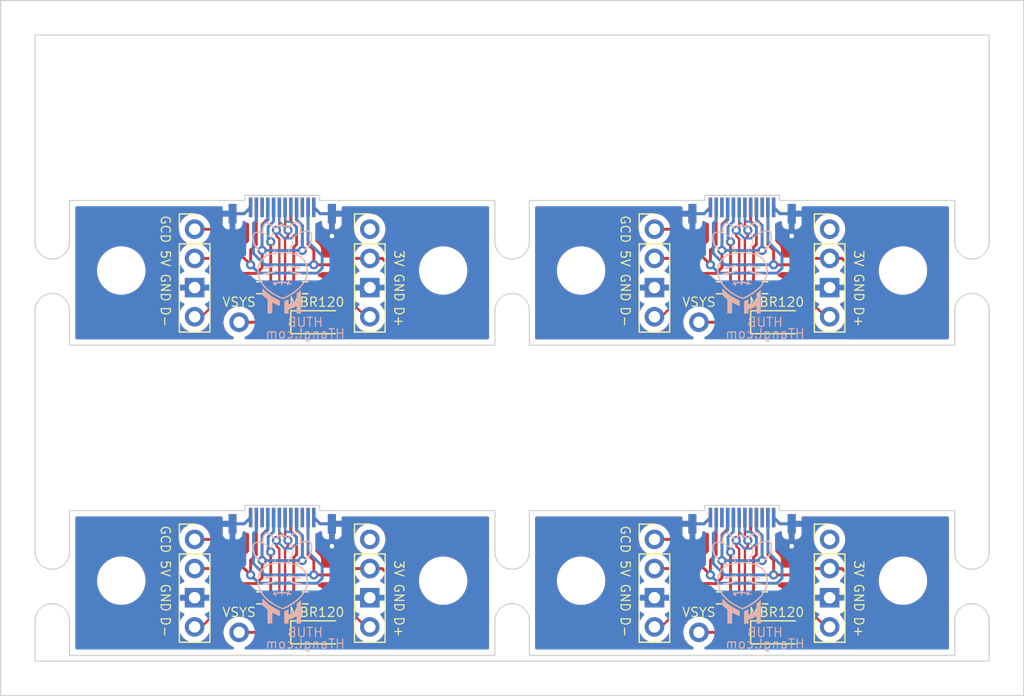
<source format=kicad_pcb>
(kicad_pcb (version 20211014) (generator pcbnew)
  (layers (0 "F.Cu" signal) (31 "B.Cu" signal) (34 "B.Paste" user) (35 "F.Paste" user) (36 "B.SilkS" user "B.Silkscreen") (37 "F.SilkS" user "F.Silkscreen") (38 "B.Mask" user) (39 "F.Mask" user) (44 "Edge.Cuts" user))
  (net 0 "")
  (net 1 "Net-(R1-Pad1)")
  (net 2 "GND")
  (net 3 "Net-(R2-Pad1)")
  (net 4 "+3V3")
  (net 6 "+5V")
  (net 7 "D+")
  (net 8 "D-")
  (net 11 "GCD")
  (net 15 "VSYS")
  (footprint "Diode_SMD:D_SOD-123" (layer "F.Cu") (at 83 50)
    (fp_text reference "D1" hide)
    (fp_text value "MBR120" hide)
  )
  (footprint "HTangl:Xunpu C2856665 USBC Straddle Mount" (layer "F.Cu") (at 40 40)
    (fp_text reference "U1" hide)
    (fp_text value "USB_C_Receptacle" hide)
  )
  (footprint "Panelization:mouse-bite-3mm-slot" (layer "F.Cu") (at 20 46 90)
    (fp_text reference "mouse-bite-3mm-slot" hide)
    (fp_text value "VAL**" hide)
  )
  (footprint "Connector_PinHeader_2.54mm:PinHeader_1x04_P2.54mm_Vertical" (layer "F.Cu") (at 32.38 68.905)
    (fp_text reference "REF**" hide)
    (fp_text value "PinHeader_1x04_P2.54mm_Vertical" hide)
  )
  (footprint "Connector_PinHeader_2.54mm:PinHeader_1x01_P2.54mm_Vertical" (layer "F.Cu") (at 36.25 77)
    (fp_text reference "VSYS")
    (fp_text value "PinHeader_1x01_P2.54mm_Vertical" hide)
  )
  (footprint "MountingHole:MountingHole_3.2mm_M3" (layer "F.Cu") (at 26 45.5)
    (fp_text reference "REF**" hide)
    (fp_text value "MountingHole_3.2mm_M3" hide)
  )
  (footprint "MountingHole:MountingHole_3.2mm_M3" (layer "F.Cu") (at 54 72.5)
    (fp_text reference "REF**" hide)
    (fp_text value "MountingHole_3.2mm_M3" hide)
  )
  (footprint "HTangl:Xunpu C2856665 USBC Straddle Mount" (layer "F.Cu") (at 80 40)
    (fp_text reference "U1" hide)
    (fp_text value "USB_C_Receptacle" hide)
  )
  (footprint "Diode_SMD:D_SOD-123" (layer "F.Cu") (at 43 50)
    (fp_text reference "D1" hide)
    (fp_text value "MBR120" hide)
  )
  (footprint "Connector_PinHeader_2.54mm:PinHeader_1x04_P2.54mm_Vertical" (layer "F.Cu") (at 87.62 68.905)
    (fp_text reference "REF**" hide)
    (fp_text value "PinHeader_1x04_P2.54mm_Vertical" hide)
  )
  (footprint "Connector_PinHeader_2.54mm:PinHeader_1x01_P2.54mm_Vertical" (layer "F.Cu") (at 76.25 50)
    (fp_text reference "VSYS")
    (fp_text value "PinHeader_1x01_P2.54mm_Vertical" hide)
  )
  (footprint "Connector_PinHeader_2.54mm:PinHeader_1x04_P2.54mm_Vertical" (layer "F.Cu") (at 72.38 68.905)
    (fp_text reference "REF**" hide)
    (fp_text value "PinHeader_1x04_P2.54mm_Vertical" hide)
  )
  (footprint "HTangl:Xunpu C2856665 USBC Straddle Mount" (layer "F.Cu") (at 80 67)
    (fp_text reference "U1" hide)
    (fp_text value "USB_C_Receptacle" hide)
  )
  (footprint "Panelization:mouse-bite-3mm-slot" (layer "F.Cu") (at 100 73 90)
    (fp_text reference "mouse-bite-3mm-slot" hide)
    (fp_text value "VAL**" hide)
  )
  (footprint "MountingHole:MountingHole_3.2mm_M3" (layer "F.Cu") (at 94 45.5)
    (fp_text reference "REF**" hide)
    (fp_text value "MountingHole_3.2mm_M3" hide)
  )
  (footprint "HTangl:Xunpu C2856665 USBC Straddle Mount" (layer "F.Cu") (at 40 67)
    (fp_text reference "U1" hide)
    (fp_text value "USB_C_Receptacle" hide)
  )
  (footprint "MountingHole:MountingHole_3.2mm_M3" (layer "F.Cu") (at 26 72.5)
    (fp_text reference "REF**" hide)
    (fp_text value "MountingHole_3.2mm_M3" hide)
  )
  (footprint "MountingHole:MountingHole_3.2mm_M3" (layer "F.Cu") (at 66 72.5)
    (fp_text reference "REF**" hide)
    (fp_text value "MountingHole_3.2mm_M3" hide)
  )
  (footprint "Diode_SMD:D_SOD-123" (layer "F.Cu") (at 43 77)
    (fp_text reference "D1" hide)
    (fp_text value "MBR120" hide)
  )
  (footprint "Resistor_SMD:R_0603_1608Metric" (layer "F.Cu") (at 42 74)
    (fp_text reference "R2" hide)
    (fp_text value "5.1k")
  )
  (footprint "MountingHole:MountingHole_3.2mm_M3" (layer "F.Cu") (at 54 45.5)
    (fp_text reference "REF**" hide)
    (fp_text value "MountingHole_3.2mm_M3" hide)
  )
  (footprint "Connector_PinHeader_2.54mm:PinHeader_1x01_P2.54mm_Vertical" (layer "F.Cu") (at 76.25 77)
    (fp_text reference "VSYS")
    (fp_text value "PinHeader_1x01_P2.54mm_Vertical" hide)
  )
  (footprint "Connector_PinHeader_2.54mm:PinHeader_1x04_P2.54mm_Vertical" (layer "F.Cu") (at 32.38 41.905)
    (fp_text reference "REF**" hide)
    (fp_text value "PinHeader_1x04_P2.54mm_Vertical" hide)
  )
  (footprint "Panelization:mouse-bite-3mm-slot" (layer "F.Cu") (at 100 46 90)
    (fp_text reference "mouse-bite-3mm-slot" hide)
    (fp_text value "VAL**" hide)
  )
  (footprint "Connector_PinHeader_2.54mm:PinHeader_1x01_P2.54mm_Vertical" (layer "F.Cu") (at 36.25 50)
    (fp_text reference "VSYS")
    (fp_text value "PinHeader_1x01_P2.54mm_Vertical" hide)
  )
  (footprint "Diode_SMD:D_SOD-123" (layer "F.Cu") (at 83 77)
    (fp_text reference "D1" hide)
    (fp_text value "MBR120" hide)
  )
  (footprint "Panelization:mouse-bite-3mm-slot" (layer "F.Cu") (at 60 46 90)
    (fp_text reference "mouse-bite-3mm-slot" hide)
    (fp_text value "VAL**" hide)
  )
  (footprint "Resistor_SMD:R_0603_1608Metric" (layer "F.Cu") (at 78 74 180)
    (fp_text reference "R1" hide)
    (fp_text value "5.1k")
  )
  (footprint "MountingHole:MountingHole_3.2mm_M3" (layer "F.Cu") (at 66 45.5)
    (fp_text reference "REF**" hide)
    (fp_text value "MountingHole_3.2mm_M3" hide)
  )
  (footprint "Resistor_SMD:R_0603_1608Metric" (layer "F.Cu") (at 42 47)
    (fp_text reference "R2" hide)
    (fp_text value "5.1k")
  )
  (footprint "Connector_PinHeader_2.54mm:PinHeader_1x04_P2.54mm_Vertical" (layer "F.Cu") (at 87.62 41.905)
    (fp_text reference "REF**" hide)
    (fp_text value "PinHeader_1x04_P2.54mm_Vertical" hide)
  )
  (footprint "MountingHole:MountingHole_3.2mm_M3" (layer "F.Cu") (at 94 72.5)
    (fp_text reference "REF**" hide)
    (fp_text value "MountingHole_3.2mm_M3" hide)
  )
  (footprint "Resistor_SMD:R_0603_1608Metric" (layer "F.Cu") (at 78 47 180)
    (fp_text reference "R1" hide)
    (fp_text value "5.1k")
  )
  (footprint "Resistor_SMD:R_0603_1608Metric" (layer "F.Cu") (at 38 74 180)
    (fp_text reference "R1" hide)
    (fp_text value "5.1k")
  )
  (footprint "Panelization:mouse-bite-3mm-slot" (layer "F.Cu") (at 60 73 90)
    (fp_text reference "mouse-bite-3mm-slot" hide)
    (fp_text value "VAL**" hide)
  )
  (footprint "Resistor_SMD:R_0603_1608Metric" (layer "F.Cu") (at 82 47)
    (fp_text reference "R2" hide)
    (fp_text value "5.1k")
  )
  (footprint "Connector_PinHeader_2.54mm:PinHeader_1x04_P2.54mm_Vertical" (layer "F.Cu") (at 72.38 41.905)
    (fp_text reference "REF**" hide)
    (fp_text value "PinHeader_1x04_P2.54mm_Vertical" hide)
  )
  (footprint "Resistor_SMD:R_0603_1608Metric" (layer "F.Cu") (at 38 47 180)
    (fp_text reference "R1" hide)
    (fp_text value "5.1k")
  )
  (footprint "Connector_PinHeader_2.54mm:PinHeader_1x04_P2.54mm_Vertical" (layer "F.Cu") (at 47.62 41.905)
    (fp_text reference "REF**" hide)
    (fp_text value "PinHeader_1x04_P2.54mm_Vertical" hide)
  )
  (footprint "Panelization:mouse-bite-3mm-slot" (layer "F.Cu") (at 20 73 90)
    (fp_text reference "mouse-bite-3mm-slot" hide)
    (fp_text value "VAL**" hide)
  )
  (footprint "Resistor_SMD:R_0603_1608Metric" (layer "F.Cu") (at 82 74)
    (fp_text reference "R2" hide)
    (fp_text value "5.1k")
  )
  (footprint "Connector_PinHeader_2.54mm:PinHeader_1x04_P2.54mm_Vertical" (layer "F.Cu") (at 47.62 68.905)
    (fp_text reference "REF**" hide)
    (fp_text value "PinHeader_1x04_P2.54mm_Vertical" hide)
  )
  (footprint "htangl:HTurnip_Tiny" (layer "B.Cu") (at 80 45.25 180)
    (fp_text reference "G***" hide)
    (fp_text value "LOGO" hide)
  )
  (footprint "htangl:HTurnip_Tiny" (layer "B.Cu") (at 40 72.25 180)
    (fp_text reference "G***" hide)
    (fp_text value "LOGO" hide)
  )
  (footprint "htangl:HTurnip_Tiny" (layer "B.Cu") (at 40 45.25 180)
    (fp_text reference "G***" hide)
    (fp_text value "LOGO" hide)
  )
  (footprint "htangl:HTurnip_Tiny" (layer "B.Cu") (at 80 72.25 180)
    (fp_text reference "G***" hide)
    (fp_text value "LOGO" hide)
  )
  (gr_line (start 21.5 79) (end 58.5 79) (layer "Edge.Cuts") (width 0.1))
  (gr_line (start 76.75 38.95) (end 83.25 38.95) (layer "Edge.Cuts") (width 0.1))
  (gr_line (start 36.75 39.4) (end 21.5 39.4) (layer "Edge.Cuts") (width 0.1))
  (gr_line (start 21.5 52) (end 58.5 52) (layer "Edge.Cuts") (width 0.1))
  (gr_arc (start 61.5 43) (mid 60 44.5) (end 58.5 43) (layer "Edge.Cuts") (width 0.1))
  (gr_line (start 58.5 70) (end 58.5 66.4) (layer "Edge.Cuts") (width 0.1))
  (gr_line (start 43.25 65.95) (end 43.25 66.4) (layer "Edge.Cuts") (width 0.1))
  (gr_arc (start 18.5 76) (mid 20 74.5) (end 21.5 76) (layer "Edge.Cuts") (width 0.1))
  (gr_line (start 61.5 70) (end 61.5 66.4) (layer "Edge.Cuts") (width 0.1))
  (gr_line (start 36.75 38.95) (end 43.25 38.95) (layer "Edge.Cuts") (width 0.1))
  (gr_line (start 83.25 65.95) (end 83.25 66.4) (layer "Edge.Cuts") (width 0.1))
  (gr_line (start 98.5 70) (end 98.5 66.4) (layer "Edge.Cuts") (width 0.1))
  (gr_line (start 43.25 66.4) (end 58.5 66.4) (layer "Edge.Cuts") (width 0.1))
  (gr_arc (start 101.5 70) (mid 100 71.5) (end 98.5 70) (layer "Edge.Cuts") (width 0.1))
  (gr_line (start 21.5 70) (end 21.5 66.4) (layer "Edge.Cuts") (width 0.1))
  (gr_arc (start 98.5 49) (mid 100 47.5) (end 101.5 49) (layer "Edge.Cuts") (width 0.1))
  (gr_line (start 98.5 43) (end 98.5 39.4) (layer "Edge.Cuts") (width 0.1))
  (gr_line (start 21.5 43) (end 21.5 39.4) (layer "Edge.Cuts") (width 0.1))
  (gr_line (start 21.5 49) (end 21.5 52) (layer "Edge.Cuts") (width 0.1))
  (gr_line (start 98.5 76) (end 98.5 79) (layer "Edge.Cuts") (width 0.1))
  (gr_arc (start 18.5 49) (mid 20 47.5) (end 21.5 49) (layer "Edge.Cuts") (width 0.1))
  (gr_arc (start 61.5 70) (mid 60 71.5) (end 58.5 70) (layer "Edge.Cuts") (width 0.1))
  (gr_line (start 76.75 38.95) (end 76.75 39.4) (layer "Edge.Cuts") (width 0.1))
  (gr_line (start 83.25 39.4) (end 98.5 39.4) (layer "Edge.Cuts") (width 0.1))
  (gr_line (start 43.25 39.4) (end 58.5 39.4) (layer "Edge.Cuts") (width 0.1))
  (gr_line (start 61.5 79) (end 98.5 79) (layer "Edge.Cuts") (width 0.1))
  (gr_line (start 101.5 25) (end 101.5 43) (layer "Edge.Cuts") (width 0.1))
  (gr_line (start 43.25 38.95) (end 43.25 39.4) (layer "Edge.Cuts") (width 0.1))
  (gr_line (start 76.75 66.4) (end 61.5 66.4) (layer "Edge.Cuts") (width 0.1))
  (gr_line (start 76.75 65.95) (end 76.75 66.4) (layer "Edge.Cuts") (width 0.1))
  (gr_line (start 18.5 79.5) (end 18.5 76) (layer "Edge.Cuts") (width 0.1))
  (gr_arc (start 98.5 76) (mid 100 74.5) (end 101.5 76) (layer "Edge.Cuts") (width 0.1))
  (gr_line (start 18.5 25) (end 101.5 25) (layer "Edge.Cuts") (width 0.1))
  (gr_line (start 83.25 66.4) (end 98.5 66.4) (layer "Edge.Cuts") (width 0.1))
  (gr_line (start 36.75 65.95) (end 36.75 66.4) (layer "Edge.Cuts") (width 0.1))
  (gr_line (start 36.75 66.4) (end 21.5 66.4) (layer "Edge.Cuts") (width 0.1))
  (gr_line (start 15.5 82.5) (end 104.5 82.5) (layer "Edge.Cuts") (width 0.1))
  (gr_line (start 58.5 43) (end 58.5 39.4) (layer "Edge.Cuts") (width 0.1))
  (gr_arc (start 21.5 70) (mid 20 71.5) (end 18.5 70) (layer "Edge.Cuts") (width 0.1))
  (gr_line (start 61.5 52) (end 98.5 52) (layer "Edge.Cuts") (width 0.1))
  (gr_arc (start 58.5 76) (mid 60 74.5) (end 61.5 76) (layer "Edge.Cuts") (width 0.1))
  (gr_line (start 61.5 76) (end 61.5 79) (layer "Edge.Cuts") (width 0.1))
  (gr_line (start 98.5 49) (end 98.5 52) (layer "Edge.Cuts") (width 0.1))
  (gr_line (start 18.5 49) (end 18.5 70) (layer "Edge.Cuts") (width 0.1))
  (gr_line (start 101.5 49) (end 101.5 70) (layer "Edge.Cuts") (width 0.1))
  (gr_line (start 36.75 38.95) (end 36.75 39.4) (layer "Edge.Cuts") (width 0.1))
  (gr_line (start 76.75 65.95) (end 83.25 65.95) (layer "Edge.Cuts") (width 0.1))
  (gr_line (start 15.5 82.5) (end 15.5 22) (layer "Edge.Cuts") (width 0.1))
  (gr_line (start 15.5 22) (end 104.5 22) (layer "Edge.Cuts") (width 0.1))
  (gr_line (start 61.5 49) (end 61.5 52) (layer "Edge.Cuts") (width 0.1))
  (gr_line (start 36.75 65.95) (end 43.25 65.95) (layer "Edge.Cuts") (width 0.1))
  (gr_line (start 83.25 38.95) (end 83.25 39.4) (layer "Edge.Cuts") (width 0.1))
  (gr_line (start 104.5 22) (end 104.5 82.5) (layer "Edge.Cuts") (width 0.1))
  (gr_line (start 58.5 76) (end 58.5 79) (layer "Edge.Cuts") (width 0.1))
  (gr_arc (start 58.5 49) (mid 60 47.5) (end 61.5 49) (layer "Edge.Cuts") (width 0.1))
  (gr_line (start 101.5 76) (end 101.5 79.5) (layer "Edge.Cuts") (width 0.1))
  (gr_line (start 58.5 49) (end 58.5 52) (layer "Edge.Cuts") (width 0.1))
  (gr_line (start 21.5 76) (end 21.5 79) (layer "Edge.Cuts") (width 0.1))
  (gr_line (start 76.75 39.4) (end 61.5 39.4) (layer "Edge.Cuts") (width 0.1))
  (gr_line (start 18.5 43) (end 18.5 25) (layer "Edge.Cuts") (width 0.1))
  (gr_line (start 61.5 43) (end 61.5 39.4) (layer "Edge.Cuts") (width 0.1))
  (gr_arc (start 101.5 43) (mid 100 44.5) (end 98.5 43) (layer "Edge.Cuts") (width 0.1))
  (gr_line (start 101.5 79.5) (end 18.5 79.5) (layer "Edge.Cuts") (width 0.1))
  (gr_arc (start 21.5 43) (mid 20 44.5) (end 18.5 43) (layer "Edge.Cuts") (width 0.1))
  (gr_text "HTangl.com" (at 42 78) (layer "B.SilkS") (effects (font (size 0.8 0.8) (thickness 0.1)) (justify mirror)))
  (gr_text "HTangl.com" (at 82 78) (layer "B.SilkS") (effects (font (size 0.8 0.8) (thickness 0.1)) (justify mirror)))
  (gr_text "HTUB" (at 42 77) (layer "B.SilkS") (effects (font (size 0.8 0.8) (thickness 0.1)) (justify mirror)))
  (gr_text "HTangl.com" (at 82 51) (layer "B.SilkS") (effects (font (size 0.8 0.8) (thickness 0.1)) (justify mirror)))
  (gr_text "HTUB" (at 82 50) (layer "B.SilkS") (effects (font (size 0.8 0.8) (thickness 0.1)) (justify mirror)))
  (gr_text "HTUB" (at 42 50) (layer "B.SilkS") (effects (font (size 0.8 0.8) (thickness 0.1)) (justify mirror)))
  (gr_text "HTUB" (at 82 77) (layer "B.SilkS") (effects (font (size 0.8 0.8) (thickness 0.1)) (justify mirror)))
  (gr_text "HTangl.com" (at 42 51) (layer "B.SilkS") (effects (font (size 0.8 0.8) (thickness 0.1)) (justify mirror)))
  (gr_text "GND" (at 69.84 46.985 270) (layer "F.SilkS") (effects (font (size 0.8 0.8) (thickness 0.1))))
  (gr_text "5V" (at 69.84 44.445 270) (layer "F.SilkS") (effects (font (size 0.8 0.8) (thickness 0.1))))
  (gr_text "3V" (at 50.16 71.445 270) (layer "F.SilkS") (effects (font (size 0.8 0.8) (thickness 0.1))))
  (gr_text "GCD" (at 29.84 41.905 270) (layer "F.SilkS") (effects (font (size 0.8 0.8) (thickness 0.1))))
  (gr_text "GND" (at 29.84 73.985 270) (layer "F.SilkS") (effects (font (size 0.8 0.8) (thickness 0.1))))
  (gr_text "3V" (at 90.16 71.445 270) (layer "F.SilkS") (effects (font (size 0.8 0.8) (thickness 0.1))))
  (gr_text "D-" (at 29.84 49.525 270) (layer "F.SilkS") (effects (font (size 0.8 0.8) (thickness 0.1))))
  (gr_text "GCD" (at 29.84 68.905 270) (layer "F.SilkS") (effects (font (size 0.8 0.8) (thickness 0.1))))
  (gr_text "5V" (at 69.84 71.445 270) (layer "F.SilkS") (effects (font (size 0.8 0.8) (thickness 0.1))))
  (gr_text "GCD" (at 69.84 68.905 270) (layer "F.SilkS") (effects (font (size 0.8 0.8) (thickness 0.1))))
  (gr_text "D+\n" (at 90.16 49.525 270) (layer "F.SilkS") (effects (font (size 0.8 0.8) (thickness 0.1))))
  (gr_text "GND" (at 90.16 46.985 270) (layer "F.SilkS") (effects (font (size 0.8 0.8) (thickness 0.1))))
  (gr_text "5V" (at 29.84 71.445 270) (layer "F.SilkS") (effects (font (size 0.8 0.8) (thickness 0.1))))
  (gr_text "GND" (at 50.16 46.985 270) (layer "F.SilkS") (effects (font (size 0.8 0.8) (thickness 0.1))))
  (gr_text "D+\n" (at 90.16 76.525 270) (layer "F.SilkS") (effects (font (size 0.8 0.8) (thickness 0.1))))
  (gr_text "D+\n" (at 50.16 49.525 270) (layer "F.SilkS") (effects (font (size 0.8 0.8) (thickness 0.1))))
  (gr_text "3V" (at 90.16 44.445 270) (layer "F.SilkS") (effects (font (size 0.8 0.8) (thickness 0.1))))
  (gr_text "GND" (at 90.16 73.985 270) (layer "F.SilkS") (effects (font (size 0.8 0.8) (thickness 0.1))))
  (gr_text "3V" (at 50.16 44.445 270) (layer "F.SilkS") (effects (font (size 0.8 0.8) (thickness 0.1))))
  (gr_text "D+\n" (at 50.16 76.525 270) (layer "F.SilkS") (effects (font (size 0.8 0.8) (thickness 0.1))))
  (gr_text "5V" (at 29.84 44.445 270) (layer "F.SilkS") (effects (font (size 0.8 0.8) (thickness 0.1))))
  (gr_text "GCD" (at 69.84 41.905 270) (layer "F.SilkS") (effects (font (size 0.8 0.8) (thickness 0.1))))
  (gr_text "GND" (at 69.84 73.985 270) (layer "F.SilkS") (effects (font (size 0.8 0.8) (thickness 0.1))))
  (gr_text "D-" (at 29.84 76.525 270) (layer "F.SilkS") (effects (font (size 0.8 0.8) (thickness 0.1))))
  (gr_text "GND" (at 29.84 46.985 270) (layer "F.SilkS") (effects (font (size 0.8 0.8) (thickness 0.1))))
  (gr_text "GND" (at 50.16 73.985 270) (layer "F.SilkS") (effects (font (size 0.8 0.8) (thickness 0.1))))
  (gr_text "D-" (at 69.84 76.525 270) (layer "F.SilkS") (effects (font (size 0.8 0.8) (thickness 0.1))))
  (gr_text "D-" (at 69.84 49.525 270) (layer "F.SilkS") (effects (font (size 0.8 0.8) (thickness 0.1))))
  (segment (start 79 46.825) (end 78.825 47) (width 0.25) (layer "F.Cu") (net 1))
  (segment (start 39 73.825) (end 38.825 74) (width 0.25) (layer "F.Cu") (net 1))
  (segment (start 39 70) (end 39 73.825) (width 0.25) (layer "F.Cu") (net 1))
  (segment (start 39 43) (end 39 46.825) (width 0.25) (layer "F.Cu") (net 1))
  (segment (start 79 73.825) (end 78.825 74) (width 0.25) (layer "F.Cu") (net 1))
  (segment (start 79 43) (end 79 46.825) (width 0.25) (layer "F.Cu") (net 1))
  (segment (start 79 70) (end 79 73.825) (width 0.25) (layer "F.Cu") (net 1))
  (segment (start 39 46.825) (end 38.825 47) (width 0.25) (layer "F.Cu") (net 1))
  (via (at 39 43) (size 0.8) (drill 0.4) (layers "F.Cu" "B.Cu") (net 1))
  (via (at 79 70) (size 0.8) (drill 0.4) (layers "F.Cu" "B.Cu") (net 1))
  (via (at 79 43) (size 0.8) (drill 0.4) (layers "F.Cu" "B.Cu") (net 1))
  (via (at 39 70) (size 0.8) (drill 0.4) (layers "F.Cu" "B.Cu") (net 1))
  (segment (start 39.25 68.225386) (end 38.775489 68.699897) (width 0.25) (layer "B.Cu") (net 1))
  (segment (start 78.775489 68.699897) (end 78.775489 69.775489) (width 0.25) (layer "B.Cu") (net 1))
  (segment (start 79.25 40) (end 79.25 41.225386) (width 0.25) (layer "B.Cu") (net 1))
  (segment (start 39.25 40) (end 39.25 41.225386) (width 0.25) (layer "B.Cu") (net 1))
  (segment (start 78.775489 42.775489) (end 79 43) (width 0.25) (layer "B.Cu") (net 1))
  (segment (start 78.775489 69.775489) (end 79 70) (width 0.25) (layer "B.Cu") (net 1))
  (segment (start 38.775489 41.699897) (end 38.775489 42.775489) (width 0.25) (layer "B.Cu") (net 1))
  (segment (start 79.25 68.225386) (end 78.775489 68.699897) (width 0.25) (layer "B.Cu") (net 1))
  (segment (start 38.775489 68.699897) (end 38.775489 69.775489) (width 0.25) (layer "B.Cu") (net 1))
  (segment (start 79.25 67) (end 79.25 68.225386) (width 0.25) (layer "B.Cu") (net 1))
  (segment (start 39.25 67) (end 39.25 68.225386) (width 0.25) (layer "B.Cu") (net 1))
  (segment (start 38.775489 69.775489) (end 39 70) (width 0.25) (layer "B.Cu") (net 1))
  (segment (start 79.25 41.225386) (end 78.775489 41.699897) (width 0.25) (layer "B.Cu") (net 1))
  (segment (start 38.775489 42.775489) (end 39 43) (width 0.25) (layer "B.Cu") (net 1))
  (segment (start 39.25 41.225386) (end 38.775489 41.699897) (width 0.25) (layer "B.Cu") (net 1))
  (segment (start 78.775489 41.699897) (end 78.775489 42.775489) (width 0.25) (layer "B.Cu") (net 1))
  (segment (start 42.75 67) (end 43.3 67.55) (width 0.25) (layer "F.Cu") (net 2))
  (segment (start 42.75 40) (end 43.3 40.55) (width 0.25) (layer "F.Cu") (net 2))
  (segment (start 77.25 40) (end 76.7 40.55) (width 0.25) (layer "F.Cu") (net 2))
  (segment (start 76.7 40.55) (end 75.68 40.55) (width 0.25) (layer "F.Cu") (net 2))
  (segment (start 77.25 67) (end 76.7 67.55) (width 0.25) (layer "F.Cu") (net 2))
  (segment (start 36.7 67.55) (end 35.68 67.55) (width 0.25) (layer "F.Cu") (net 2))
  (segment (start 76.7 67.55) (end 75.68 67.55) (width 0.25) (layer "F.Cu") (net 2))
  (segment (start 43.3 40.55) (end 44.32 40.55) (width 0.25) (layer "F.Cu") (net 2))
  (segment (start 82.75 67) (end 83.3 67.55) (width 0.25) (layer "F.Cu") (net 2))
  (segment (start 37.25 67) (end 36.7 67.55) (width 0.25) (layer "F.Cu") (net 2))
  (segment (start 37.25 40) (end 36.7 40.55) (width 0.25) (layer "F.Cu") (net 2))
  (segment (start 82.75 40) (end 83.3 40.55) (width 0.25) (layer "F.Cu") (net 2))
  (segment (start 43.3 67.55) (end 44.32 67.55) (width 0.25) (layer "F.Cu") (net 2))
  (segment (start 36.7 40.55) (end 35.68 40.55) (width 0.25) (layer "F.Cu") (net 2))
  (segment (start 83.3 40.55) (end 84.32 40.55) (width 0.25) (layer "F.Cu") (net 2))
  (segment (start 83.3 67.55) (end 84.32 67.55) (width 0.25) (layer "F.Cu") (net 2))
  (via (at 84.32 69.5) (size 0.8) (drill 0.4) (layers "F.Cu" "B.Cu") (net 2))
  (via (at 84.32 42.5) (size 0.8) (drill 0.4) (layers "F.Cu" "B.Cu") (net 2))
  (via (at 44.32 42.5) (size 0.8) (drill 0.4) (layers "F.Cu" "B.Cu") (net 2))
  (via (at 44.32 69.5) (size 0.8) (drill 0.4) (layers "F.Cu" "B.Cu") (net 2))
  (segment (start 43.3 67.55) (end 44.32 67.55) (width 0.25) (layer "B.Cu") (net 2))
  (segment (start 82.75 40) (end 83.3 40.55) (width 0.25) (layer "B.Cu") (net 2))
  (segment (start 42.75 40) (end 43.3 40.55) (width 0.25) (layer "B.Cu") (net 2))
  (segment (start 77.25 40) (end 76.7 40.55) (width 0.25) (layer "B.Cu") (net 2))
  (segment (start 43.3 40.55) (end 44.32 40.55) (width 0.25) (layer "B.Cu") (net 2))
  (segment (start 37.25 40) (end 36.7 40.55) (width 0.25) (layer "B.Cu") (net 2))
  (segment (start 37.25 67) (end 36.7 67.55) (width 0.25) (layer "B.Cu") (net 2))
  (segment (start 82.75 67) (end 83.3 67.55) (width 0.25) (layer "B.Cu") (net 2))
  (segment (start 36.7 40.55) (end 35.68 40.55) (width 0.25) (layer "B.Cu") (net 2))
  (segment (start 83.3 67.55) (end 84.32 67.55) (width 0.25) (layer "B.Cu") (net 2))
  (segment (start 76.7 40.55) (end 75.68 40.55) (width 0.25) (layer "B.Cu") (net 2))
  (segment (start 42.75 67) (end 43.3 67.55) (width 0.25) (layer "B.Cu") (net 2))
  (segment (start 83.3 40.55) (end 84.32 40.55) (width 0.25) (layer "B.Cu") (net 2))
  (segment (start 36.7 67.55) (end 35.68 67.55) (width 0.25) (layer "B.Cu") (net 2))
  (segment (start 76.7 67.55) (end 75.68 67.55) (width 0.25) (layer "B.Cu") (net 2))
  (segment (start 77.25 67) (end 76.7 67.55) (width 0.25) (layer "B.Cu") (net 2))
  (segment (start 40.75 41.225386) (end 41.25 41.725386) (width 0.25) (layer "F.Cu") (net 3))
  (segment (start 40.75 67) (end 40.75 68.225386) (width 0.25) (layer "F.Cu") (net 3))
  (segment (start 80.75 68.225386) (end 81.25 68.725386) (width 0.25) (layer "F.Cu") (net 3))
  (segment (start 41 70.475386) (end 41 73.825) (width 0.25) (layer "F.Cu") (net 3))
  (segment (start 41.25 68.725386) (end 41.25 70.225386) (width 0.25) (layer "F.Cu") (net 3))
  (segment (start 41.25 70.225386) (end 41 70.475386) (width 0.25) (layer "F.Cu") (net 3))
  (segment (start 41 46.825) (end 41.175 47) (width 0.25) (layer "F.Cu") (net 3))
  (segment (start 81.25 43.225386) (end 81 43.475386) (width 0.25) (layer "F.Cu") (net 3))
  (segment (start 41 73.825) (end 41.175 74) (width 0.25) (layer "F.Cu") (net 3))
  (segment (start 40.75 40) (end 40.75 41.225386) (width 0.25) (layer "F.Cu") (net 3))
  (segment (start 81 43.475386) (end 81 46.825) (width 0.25) (layer "F.Cu") (net 3))
  (segment (start 81 46.825) (end 81.175 47) (width 0.25) (layer "F.Cu") (net 3))
  (segment (start 81 73.825) (end 81.175 74) (width 0.25) (layer "F.Cu") (net 3))
  (segment (start 81.25 41.725386) (end 81.25 43.225386) (width 0.25) (layer "F.Cu") (net 3))
  (segment (start 81 70.475386) (end 81 73.825) (width 0.25) (layer "F.Cu") (net 3))
  (segment (start 41 43.475386) (end 41 46.825) (width 0.25) (layer "F.Cu") (net 3))
  (segment (start 81.25 68.725386) (end 81.25 70.225386) (width 0.25) (layer "F.Cu") (net 3))
  (segment (start 41.25 41.725386) (end 41.25 43.225386) (width 0.25) (layer "F.Cu") (net 3))
  (segment (start 40.75 68.225386) (end 41.25 68.725386) (width 0.25) (layer "F.Cu") (net 3))
  (segment (start 80.75 67) (end 80.75 68.225386) (width 0.25) (layer "F.Cu") (net 3))
  (segment (start 41.25 43.225386) (end 41 43.475386) (width 0.25) (layer "F.Cu") (net 3))
  (segment (start 81.25 70.225386) (end 81 70.475386) (width 0.25) (layer "F.Cu") (net 3))
  (segment (start 80.75 41.225386) (end 81.25 41.725386) (width 0.25) (layer "F.Cu") (net 3))
  (segment (start 80.75 40) (end 80.75 41.225386) (width 0.25) (layer "F.Cu") (net 3))
  (segment (start 42.25 43.225386) (end 42.75 43.725386) (width 0.25) (layer "F.Cu") (net 4))
  (segment (start 84.5 72) (end 85.055 71.445) (width 0.25) (layer "F.Cu") (net 4))
  (segment (start 82.25 40) (end 82.25 43.225386) (width 0.25) (layer "F.Cu") (net 4))
  (segment (start 49.5 77.5) (end 49.5 72.25) (width 0.25) (layer "F.Cu") (net 4))
  (segment (start 88.695 71.445) (end 87.62 71.445) (width 0.25) (layer "F.Cu") (net 4))
  (segment (start 42.25 40) (end 42.25 43.225386) (width 0.25) (layer "F.Cu") (net 4))
  (segment (start 42.25 70.225386) (end 42.75 70.725386) (width 0.25) (layer "F.Cu") (net 4))
  (segment (start 42.75 72) (end 44.5 72) (width 0.25) (layer "F.Cu") (net 4))
  (segment (start 89 51) (end 89.5 50.5) (width 0.25) (layer "F.Cu") (net 4))
  (segment (start 49.5 45.25) (end 48.695 44.445) (width 0.25) (layer "F.Cu") (net 4))
  (segment (start 82.75 45) (end 84.5 45) (width 0.25) (layer "F.Cu") (net 4))
  (segment (start 42.75 45) (end 44.5 45) (width 0.25) (layer "F.Cu") (net 4))
  (segment (start 84.5 45) (end 85.055 44.445) (width 0.25) (layer "F.Cu") (net 4))
  (segment (start 89 78) (end 89.5 77.5) (width 0.25) (layer "F.Cu") (net 4))
  (segment (start 49 78) (end 49.5 77.5) (width 0.25) (layer "F.Cu") (net 4))
  (segment (start 82.25 70.225386) (end 82.75 70.725386) (width 0.25) (layer "F.Cu") (net 4))
  (segment (start 44.5 72) (end 45.055 71.445) (width 0.25) (layer "F.Cu") (net 4))
  (segment (start 48.695 44.445) (end 47.62 44.445) (width 0.25) (layer "F.Cu") (net 4))
  (segment (start 45 50) (end 46 51) (width 0.25) (layer "F.Cu") (net 4))
  (segment (start 88.695 44.445) (end 87.62 44.445) (width 0.25) (layer "F.Cu") (net 4))
  (segment (start 82.75 70.725386) (end 82.75 72) (width 0.25) (layer "F.Cu") (net 4))
  (segment (start 45.055 44.445) (end 47.62 44.445) (width 0.25) (layer "F.Cu") (net 4))
  (segment (start 82.75 43.725386) (end 82.75 45) (width 0.25) (layer "F.Cu") (net 4))
  (segment (start 82.25 67) (end 82.25 70.225386) (width 0.25) (layer "F.Cu") (net 4))
  (segment (start 49.5 50.5) (end 49.5 45.25) (width 0.25) (layer "F.Cu") (net 4))
  (segment (start 44.65 77) (end 45 77) (width 0.25) (layer "F.Cu") (net 4))
  (segment (start 89.5 50.5) (end 89.5 45.25) (width 0.25) (layer "F.Cu") (net 4))
  (segment (start 42.75 43.725386) (end 42.75 45) (width 0.25) (layer "F.Cu") (net 4))
  (segment (start 46 78) (end 49 78) (width 0.25) (layer "F.Cu") (net 4))
  (segment (start 42.75 70.725386) (end 42.75 72) (width 0.25) (layer "F.Cu") (net 4))
  (segment (start 45.055 71.445) (end 47.62 71.445) (width 0.25) (layer "F.Cu") (net 4))
  (segment (start 82.25 43.225386) (end 82.75 43.725386) (width 0.25) (layer "F.Cu") (net 4))
  (segment (start 44.5 45) (end 45.055 44.445) (width 0.25) (layer "F.Cu") (net 4))
  (segment (start 89.5 77.5) (end 89.5 72.25) (width 0.25) (layer "F.Cu") (net 4))
  (segment (start 85.055 71.445) (end 87.62 71.445) (width 0.25) (layer "F.Cu") (net 4))
  (segment (start 44.65 50) (end 45 50) (width 0.25) (layer "F.Cu") (net 4))
  (segment (start 49.5 72.25) (end 48.695 71.445) (width 0.25) (layer "F.Cu") (net 4))
  (segment (start 84.65 50) (end 85 50) (width 0.25) (layer "F.Cu") (net 4))
  (segment (start 86 51) (end 89 51) (width 0.25) (layer "F.Cu") (net 4))
  (segment (start 48.695 71.445) (end 47.62 71.445) (width 0.25) (layer "F.Cu") (net 4))
  (segment (start 49 51) (end 49.5 50.5) (width 0.25) (layer "F.Cu") (net 4))
  (segment (start 85 50) (end 86 51) (width 0.25) (layer "F.Cu") (net 4))
  (segment (start 46 51) (end 49 51) (width 0.25) (layer "F.Cu") (net 4))
  (segment (start 84.65 77) (end 85 77) (width 0.25) (layer "F.Cu") (net 4))
  (segment (start 89.5 45.25) (end 88.695 44.445) (width 0.25) (layer "F.Cu") (net 4))
  (segment (start 85 77) (end 86 78) (width 0.25) (layer "F.Cu") (net 4))
  (segment (start 82.75 72) (end 84.5 72) (width 0.25) (layer "F.Cu") (net 4))
  (segment (start 89.5 72.25) (end 88.695 71.445) (width 0.25) (layer "F.Cu") (net 4))
  (segment (start 42.25 67) (end 42.25 70.225386) (width 0.25) (layer "F.Cu") (net 4))
  (segment (start 85.055 44.445) (end 87.62 44.445) (width 0.25) (layer "F.Cu") (net 4))
  (segment (start 86 78) (end 89 78) (width 0.25) (layer "F.Cu") (net 4))
  (segment (start 45 77) (end 46 78) (width 0.25) (layer "F.Cu") (net 4))
  (via (at 42.75 72) (size 0.8) (drill 0.4) (layers "F.Cu" "B.Cu") (net 4))
  (via (at 82.75 45) (size 0.8) (drill 0.4) (layers "F.Cu" "B.Cu") (net 4))
  (via (at 82.75 72) (size 0.8) (drill 0.4) (layers "F.Cu" "B.Cu") (net 4))
  (via (at 42.75 45) (size 0.8) (drill 0.4) (layers "F.Cu" "B.Cu") (net 4))
  (segment (start 78.475386 45) (end 77.5 44.024614) (width 0.25) (layer "B.Cu") (net 4))
  (segment (start 42.75 45) (end 38.475386 45) (width 0.25) (layer "B.Cu") (net 4))
  (segment (start 77.5 44.024614) (end 77.5 41.399022) (width 0.25) (layer "B.Cu") (net 4))
  (segment (start 38.475386 45) (end 37.5 44.024614) (width 0.25) (layer "B.Cu") (net 4))
  (segment (start 37.5 41.399022) (end 37.75 41.149022) (width 0.25) (layer "B.Cu") (net 4))
  (segment (start 77.75 68.149022) (end 77.75 67) (width 0.25) (layer "B.Cu") (net 4))
  (segment (start 78.475386 72) (end 77.5 71.024614) (width 0.25) (layer "B.Cu") (net 4))
  (segment (start 37.5 44.024614) (end 37.5 41.399022) (width 0.25) (layer "B.Cu") (net 4))
  (segment (start 82.75 45) (end 78.475386 45) (width 0.25) (layer "B.Cu") (net 4))
  (segment (start 42.75 72) (end 38.475386 72) (width 0.25) (layer "B.Cu") (net 4))
  (segment (start 77.5 41.399022) (end 77.75 41.149022) (width 0.25) (layer "B.Cu") (net 4))
  (segment (start 37.75 41.149022) (end 37.75 40) (width 0.25) (layer "B.Cu") (net 4))
  (segment (start 82.75 72) (end 78.475386 72) (width 0.25) (layer "B.Cu") (net 4))
  (segment (start 37.75 68.149022) (end 37.75 67) (width 0.25) (layer "B.Cu") (net 4))
  (segment (start 77.5 71.024614) (end 77.5 68.399022) (width 0.25) (layer "B.Cu") (net 4))
  (segment (start 38.475386 72) (end 37.5 71.024614) (width 0.25) (layer "B.Cu") (net 4))
  (segment (start 37.5 71.024614) (end 37.5 68.399022) (width 0.25) (layer "B.Cu") (net 4))
  (segment (start 77.75 41.149022) (end 77.75 40) (width 0.25) (layer "B.Cu") (net 4))
  (segment (start 37.5 68.399022) (end 37.75 68.149022) (width 0.25) (layer "B.Cu") (net 4))
  (segment (start 77.5 68.399022) (end 77.75 68.149022) (width 0.25) (layer "B.Cu") (net 4))
  (segment (start 38.25 43.75) (end 38.25 41.5) (width 0.25) (layer "F.Cu") (net 6))
  (segment (start 75 72.75) (end 73.695 71.445) (width 0.25) (layer "F.Cu") (net 6))
  (segment (start 38.25 70.75) (end 38.25 72.25) (width 0.25) (layer "F.Cu") (net 6))
  (segment (start 37.75 72.75) (end 35 72.75) (width 0.25) (layer "F.Cu") (net 6))
  (segment (start 81.75 68.589668) (end 81.75 70.75) (width 0.25) (layer "F.Cu") (net 6))
  (segment (start 41.25 67) (end 41.25 68.089668) (width 0.25) (layer "F.Cu") (net 6))
  (segment (start 78.25 72.25) (end 77.75 72.75) (width 0.25) (layer "F.Cu") (net 6))
  (segment (start 41.75 41.589668) (end 41.75 43.75) (width 0.25) (layer "F.Cu") (net 6))
  (segment (start 81.25 68.089668) (end 81.75 68.589668) (width 0.25) (layer "F.Cu") (net 6))
  (segment (start 81.25 41.089668) (end 81.75 41.589668) (width 0.25) (layer "F.Cu") (net 6))
  (segment (start 38.25 45.25) (end 37.75 45.75) (width 0.25) (layer "F.Cu") (net 6))
  (segment (start 38.75 41) (end 38.75 40) (width 0.25) (layer "F.Cu") (net 6))
  (segment (start 78.25 70.75) (end 78.25 68.5) (width 0.25) (layer "F.Cu") (net 6))
  (segment (start 41.25 41.089668) (end 41.75 41.589668) (width 0.25) (layer "F.Cu") (net 6))
  (segment (start 75 45.75) (end 73.695 44.445) (width 0.25) (layer "F.Cu") (net 6))
  (segment (start 33.695 44.445) (end 32.38 44.445) (width 0.25) (layer "F.Cu") (net 6))
  (segment (start 81.75 41.589668) (end 81.75 43.75) (width 0.25) (layer "F.Cu") (net 6))
  (segment (start 38.25 68.5) (end 38.75 68) (width 0.25) (layer "F.Cu") (net 6))
  (segment (start 38.25 70.75) (end 38.25 68.5) (width 0.25) (layer "F.Cu") (net 6))
  (segment (start 33.695 71.445) (end 32.38 71.445) (width 0.25) (layer "F.Cu") (net 6))
  (segment (start 38.25 72.25) (end 37.75 72.75) (width 0.25) (layer "F.Cu") (net 6))
  (segment (start 41.25 68.089668) (end 41.75 68.589668) (width 0.25) (layer "F.Cu") (net 6))
  (segment (start 38.75 68) (end 38.75 67) (width 0.25) (layer "F.Cu") (net 6))
  (segment (start 37.75 45.75) (end 35 45.75) (width 0.25) (layer "F.Cu") (net 6))
  (segment (start 78.75 41) (end 78.75 40) (width 0.25) (layer "F.Cu") (net 6))
  (segment (start 78.25 68.5) (end 78.75 68) (width 0.25) (layer "F.Cu") (net 6))
  (segment (start 78.25 41.5) (end 78.75 41) (width 0.25) (layer "F.Cu") (net 6))
  (segment (start 41.75 68.589668) (end 41.75 70.75) (width 0.25) (layer "F.Cu") (net 6))
  (segment (start 77.75 45.75) (end 75 45.75) (width 0.25) (layer "F.Cu") (net 6))
  (segment (start 35 72.75) (end 33.695 71.445) (width 0.25) (layer "F.Cu") (net 6))
  (segment (start 81.25 67) (end 81.25 68.089668) (width 0.25) (layer "F.Cu") (net 6))
  (segment (start 78.25 70.75) (end 78.25 72.25) (width 0.25) (layer "F.Cu") (net 6))
  (segment (start 38.25 41.5) (end 38.75 41) (width 0.25) (layer "F.Cu") (net 6))
  (segment (start 73.695 44.445) (end 72.38 44.445) (width 0.25) (layer "F.Cu") (net 6))
  (segment (start 78.75 68) (end 78.75 67) (width 0.25) (layer "F.Cu") (net 6))
  (segment (start 73.695 71.445) (end 72.38 71.445) (width 0.25) (layer "F.Cu") (net 6))
  (segment (start 81.25 40) (end 81.25 41.089668) (width 0.25) (layer "F.Cu") (net 6))
  (segment (start 35 45.75) (end 33.695 44.445) (width 0.25) (layer "F.Cu") (net 6))
  (segment (start 41.25 40) (end 41.25 41.089668) (width 0.25) (layer "F.Cu") (net 6))
  (segment (start 78.25 45.25) (end 77.75 45.75) (width 0.25) (layer "F.Cu") (net 6))
  (segment (start 77.75 72.75) (end 75 72.75) (width 0.25) (layer "F.Cu") (net 6))
  (segment (start 78.25 43.75) (end 78.25 45.25) (width 0.25) (layer "F.Cu") (net 6))
  (segment (start 78.25 43.75) (end 78.25 41.5) (width 0.25) (layer "F.Cu") (net 6))
  (segment (start 38.25 43.75) (end 38.25 45.25) (width 0.25) (layer "F.Cu") (net 6))
  (via (at 78.25 70.75) (size 0.8) (drill 0.4) (layers "F.Cu" "B.Cu") (net 6))
  (via (at 41.75 43.75) (size 0.8) (drill 0.4) (layers "F.Cu" "B.Cu") (net 6))
  (via (at 81.75 43.75) (size 0.8) (drill 0.4) (layers "F.Cu" "B.Cu") (net 6))
  (via (at 81.75 70.75) (size 0.8) (drill 0.4) (layers "F.Cu" "B.Cu") (net 6))
  (via (at 38.25 43.75) (size 0.8) (drill 0.4) (layers "F.Cu" "B.Cu") (net 6))
  (via (at 38.25 70.75) (size 0.8) (drill 0.4) (layers "F.Cu" "B.Cu") (net 6))
  (via (at 78.25 43.75) (size 0.8) (drill 0.4) (layers "F.Cu" "B.Cu") (net 6))
  (via (at 41.75 70.75) (size 0.8) (drill 0.4) (layers "F.Cu" "B.Cu") (net 6))
  (segment (start 41.75 68.589668) (end 41.75 70.75) (width 0.25) (layer "B.Cu") (net 6))
  (segment (start 81.25 68.089668) (end 81.75 68.589668) (width 0.25) (layer "B.Cu") (net 6))
  (segment (start 38.75 40) (end 38.75 41.089668) (width 0.25) (layer "B.Cu") (net 6))
  (segment (start 38.75 41.089668) (end 38.25 41.589668) (width 0.25) (layer "B.Cu") (net 6))
  (segment (start 78.25 68.589668) (end 78.25 70.75) (width 0.25) (layer "B.Cu") (net 6))
  (segment (start 38.75 67) (end 38.75 68.089668) (width 0.25) (layer "B.Cu") (net 6))
  (segment (start 78.25 41.589668) (end 78.25 43.75) (width 0.25) (layer "B.Cu") (net 6))
  (segment (start 78.75 40) (end 78.75 41.089668) (width 0.25) (layer "B.Cu") (net 6))
  (segment (start 81.25 41.089668) (end 81.75 41.589668) (width 0.25) (layer "B.Cu") (net 6))
  (segment (start 41.25 41.089668) (end 41.75 41.589668) (width 0.25) (layer "B.Cu") (net 6))
  (segment (start 78.25 43.75) (end 81.75 43.75) (width 0.25) (layer "B.Cu") (net 6))
  (segment (start 41.75 41.589668) (end 41.75 43.75) (width 0.25) (layer "B.Cu") (net 6))
  (segment (start 81.75 68.589668) (end 81.75 70.75) (width 0.25) (layer "B.Cu") (net 6))
  (segment (start 78.75 67) (end 78.75 68.089668) (width 0.25) (layer "B.Cu") (net 6))
  (segment (start 81.25 40) (end 81.25 41.089668) (width 0.25) (layer "B.Cu") (net 6))
  (segment (start 38.25 43.75) (end 41.75 43.75) (width 0.25) (layer "B.Cu") (net 6))
  (segment (start 38.75 68.089668) (end 38.25 68.589668) (width 0.25) (layer "B.Cu") (net 6))
  (segment (start 78.75 68.089668) (end 78.25 68.589668) (width 0.25) (layer "B.Cu") (net 6))
  (segment (start 41.25 67) (end 41.25 68.089668) (width 0.25) (layer "B.Cu") (net 6))
  (segment (start 38.25 68.589668) (end 38.25 70.75) (width 0.25) (layer "B.Cu") (net 6))
  (segment (start 41.25 68.089668) (end 41.75 68.589668) (width 0.25) (layer "B.Cu") (net 6))
  (segment (start 38.25 41.589668) (end 38.25 43.75) (width 0.25) (layer "B.Cu") (net 6))
  (segment (start 81.25 67) (end 81.25 68.089668) (width 0.25) (layer "B.Cu") (net 6))
  (segment (start 78.75 41.089668) (end 78.25 41.589668) (width 0.25) (layer "B.Cu") (net 6))
  (segment (start 81.75 41.589668) (end 81.75 43.75) (width 0.25) (layer "B.Cu") (net 6))
  (segment (start 41.25 40) (end 41.25 41.089668) (width 0.25) (layer "B.Cu") (net 6))
  (segment (start 38.25 70.75) (end 41.75 70.75) (width 0.25) (layer "B.Cu") (net 6))
  (segment (start 78.25 70.75) (end 81.75 70.75) (width 0.25) (layer "B.Cu") (net 6))
  (segment (start 80.25 69.75) (end 80.25 74.75) (width 0.2) (layer "F.Cu") (net 7))
  (segment (start 46 48.25) (end 47.275 49.525) (width 0.2) (layer "F.Cu") (net 7))
  (segment (start 80.25 47.75) (end 80.75 48.25) (width 0.2) (layer "F.Cu") (net 7))
  (segment (start 80.25 42.75) (end 80.25 47.75) (width 0.2) (layer "F.Cu") (net 7))
  (segment (start 40.5 42.5) (end 40.25 42.75) (width 0.2) (layer "F.Cu") (net 7))
  (segment (start 40.25 41.75) (end 40.5 42) (width 0.2) (layer "F.Cu") (net 7))
  (segment (start 40.75 48.25) (end 46 48.25) (width 0.2) (layer "F.Cu") (net 7))
  (segment (start 80.25 68.75) (end 80.5 69) (width 0.2) (layer "F.Cu") (net 7))
  (segment (start 40.25 69.75) (end 40.25 74.75) (width 0.2) (layer "F.Cu") (net 7))
  (segment (start 40.5 69) (end 40.5 69.5) (width 0.2) (layer "F.Cu") (net 7))
  (segment (start 40.25 47.75) (end 40.75 48.25) (width 0.2) (layer "F.Cu") (net 7))
  (segment (start 80.25 40) (end 80.25 41.75) (width 0.2) (layer "F.Cu") (net 7))
  (segment (start 40.5 42) (end 40.5 42.5) (width 0.2) (layer "F.Cu") (net 7))
  (segment (start 47.275 49.525) (end 47.62 49.525) (width 0.2) (layer "F.Cu") (net 7))
  (segment (start 40.5 69.5) (end 40.25 69.75) (width 0.2) (layer "F.Cu") (net 7))
  (segment (start 40.25 42.75) (end 40.25 47.75) (width 0.2) (layer "F.Cu") (net 7))
  (segment (start 80.25 74.75) (end 80.75 75.25) (width 0.2) (layer "F.Cu") (net 7))
  (segment (start 86 48.25) (end 87.275 49.525) (width 0.2) (layer "F.Cu") (net 7))
  (segment (start 80.75 75.25) (end 86 75.25) (width 0.2) (layer "F.Cu") (net 7))
  (segment (start 80.25 67) (end 80.25 68.75) (width 0.2) (layer "F.Cu") (net 7))
  (segment (start 40.25 74.75) (end 40.75 75.25) (width 0.2) (layer "F.Cu") (net 7))
  (segment (start 80.5 69) (end 80.5 69.5) (width 0.2) (layer "F.Cu") (net 7))
  (segment (start 40.25 68.75) (end 40.5 69) (width 0.2) (layer "F.Cu") (net 7))
  (segment (start 40.25 40) (end 40.25 41.75) (width 0.2) (layer "F.Cu") (net 7))
  (segment (start 80.75 48.25) (end 86 48.25) (width 0.2) (layer "F.Cu") (net 7))
  (segment (start 80.5 42.5) (end 80.25 42.75) (width 0.2) (layer "F.Cu") (net 7))
  (segment (start 46 75.25) (end 47.275 76.525) (width 0.2) (layer "F.Cu") (net 7))
  (segment (start 47.275 76.525) (end 47.62 76.525) (width 0.2) (layer "F.Cu") (net 7))
  (segment (start 80.25 41.75) (end 80.5 42) (width 0.2) (layer "F.Cu") (net 7))
  (segment (start 87.275 49.525) (end 87.62 49.525) (width 0.2) (layer "F.Cu") (net 7))
  (segment (start 80.5 42) (end 80.5 42.5) (width 0.2) (layer "F.Cu") (net 7))
  (segment (start 80.5 69.5) (end 80.25 69.75) (width 0.2) (layer "F.Cu") (net 7))
  (segment (start 86 75.25) (end 87.275 76.525) (width 0.2) (layer "F.Cu") (net 7))
  (segment (start 87.275 76.525) (end 87.62 76.525) (width 0.2) (layer "F.Cu") (net 7))
  (segment (start 40.75 75.25) (end 46 75.25) (width 0.2) (layer "F.Cu") (net 7))
  (segment (start 40.25 67) (end 40.25 68.75) (width 0.2) (layer "F.Cu") (net 7))
  (via (at 80.5 69) (size 0.8) (drill 0.4) (layers "F.Cu" "B.Cu") (net 7))
  (via (at 40.5 42) (size 0.8) (drill 0.4) (layers "F.Cu" "B.Cu") (net 7))
  (via (at 40.5 69) (size 0.8) (drill 0.4) (layers "F.Cu" "B.Cu") (net 7))
  (via (at 80.5 42) (size 0.8) (drill 0.4) (layers "F.Cu" "B.Cu") (net 7))
  (segment (start 39.75 41.25) (end 39.75 40) (width 0.2) (layer "B.Cu") (net 7))
  (segment (start 39.75 68.25) (end 39.75 67) (width 0.2) (layer "B.Cu") (net 7))
  (segment (start 79.75 41.25) (end 79.75 40) (width 0.2) (layer "B.Cu") (net 7))
  (segment (start 80.5 69) (end 79.75 68.25) (width 0.2) (layer "B.Cu") (net 7))
  (segment (start 79.75 68.25) (end 79.75 67) (width 0.2) (layer "B.Cu") (net 7))
  (segment (start 40.5 42) (end 39.75 41.25) (width 0.2) (layer "B.Cu") (net 7))
  (segment (start 40.5 69) (end 39.75 68.25) (width 0.2) (layer "B.Cu") (net 7))
  (segment (start 80.5 42) (end 79.75 41.25) (width 0.2) (layer "B.Cu") (net 7))
  (segment (start 32.975 76.525) (end 32.38 76.525) (width 0.2) (layer "F.Cu") (net 8))
  (segment (start 79.75 69.75) (end 79.75 74.75) (width 0.2) (layer "F.Cu") (net 8))
  (segment (start 79.75 68.75) (end 79.5 69) (width 0.2) (layer "F.Cu") (net 8))
  (segment (start 79.75 47.75) (end 79.25 48.25) (width 0.2) (layer "F.Cu") (net 8))
  (segment (start 79.75 74.75) (end 79.25 75.25) (width 0.2) (layer "F.Cu") (net 8))
  (segment (start 79.75 40) (end 79.75 41.75) (width 0.2) (layer "F.Cu") (net 8))
  (segment (start 39.5 42.5) (end 39.75 42.75) (width 0.2) (layer "F.Cu") (net 8))
  (segment (start 39.75 41.75) (end 39.5 42) (width 0.2) (layer "F.Cu") (net 8))
  (segment (start 39.25 75.25) (end 34.25 75.25) (width 0.2) (layer "F.Cu") (net 8))
  (segment (start 39.5 69.5) (end 39.75 69.75) (width 0.2) (layer "F.Cu") (net 8))
  (segment (start 39.5 42) (end 39.5 42.5) (width 0.2) (layer "F.Cu") (net 8))
  (segment (start 39.75 74.75) (end 39.25 75.25) (width 0.2) (layer "F.Cu") (net 8))
  (segment (start 79.75 42.75) (end 79.75 47.75) (width 0.2) (layer "F.Cu") (net 8))
  (segment (start 79.75 67) (end 79.75 68.75) (width 0.2) (layer "F.Cu") (net 8))
  (segment (start 39.5 69) (end 39.5 69.5) (width 0.2) (layer "F.Cu") (net 8))
  (segment (start 79.5 69.5) (end 79.75 69.75) (width 0.2) (layer "F.Cu") (net 8))
  (segment (start 72.975 49.525) (end 72.38 49.525) (width 0.2) (layer "F.Cu") (net 8))
  (segment (start 34.25 48.25) (end 32.975 49.525) (width 0.2) (layer "F.Cu") (net 8))
  (segment (start 74.25 48.25) (end 72.975 49.525) (width 0.2) (layer "F.Cu") (net 8))
  (segment (start 79.5 69) (end 79.5 69.5) (width 0.2) (layer "F.Cu") (net 8))
  (segment (start 39.75 42.75) (end 39.75 47.75) (width 0.2) (layer "F.Cu") (net 8))
  (segment (start 72.975 76.525) (end 72.38 76.525) (width 0.2) (layer "F.Cu") (net 8))
  (segment (start 79.5 42) (end 79.5 42.5) (width 0.2) (layer "F.Cu") (net 8))
  (segment (start 39.75 47.75) (end 39.25 48.25) (width 0.2) (layer "F.Cu") (net 8))
  (segment (start 79.5 42.5) (end 79.75 42.75) (width 0.2) (layer "F.Cu") (net 8))
  (segment (start 39.75 40) (end 39.75 41.75) (width 0.2) (layer "F.Cu") (net 8))
  (segment (start 74.25 75.25) (end 72.975 76.525) (width 0.2) (layer "F.Cu") (net 8))
  (segment (start 79.75 41.75) (end 79.5 42) (width 0.2) (layer "F.Cu") (net 8))
  (segment (start 39.75 68.75) (end 39.5 69) (width 0.2) (layer "F.Cu") (net 8))
  (segment (start 39.75 69.75) (end 39.75 74.75) (width 0.2) (layer "F.Cu") (net 8))
  (segment (start 39.75 67) (end 39.75 68.75) (width 0.2) (layer "F.Cu") (net 8))
  (segment (start 34.25 75.25) (end 32.975 76.525) (width 0.2) (layer "F.Cu") (net 8))
  (segment (start 79.25 75.25) (end 74.25 75.25) (width 0.2) (layer "F.Cu") (net 8))
  (segment (start 79.25 48.25) (end 74.25 48.25) (width 0.2) (layer "F.Cu") (net 8))
  (segment (start 39.25 48.25) (end 34.25 48.25) (width 0.2) (layer "F.Cu") (net 8))
  (segment (start 32.975 49.525) (end 32.38 49.525) (width 0.2) (layer "F.Cu") (net 8))
  (via (at 39.5 42) (size 0.8) (drill 0.4) (layers "F.Cu" "B.Cu") (net 8))
  (via (at 79.5 69) (size 0.8) (drill 0.4) (layers "F.Cu" "B.Cu") (net 8))
  (via (at 39.5 69) (size 0.8) (drill 0.4) (layers "F.Cu" "B.Cu") (net 8))
  (via (at 79.5 42) (size 0.8) (drill 0.4) (layers "F.Cu" "B.Cu") (net 8))
  (segment (start 41.25 41.760741) (end 40.739259 41.25) (width 0.2) (layer "B.Cu") (net 8))
  (segment (start 80.199511 69.699511) (end 80.789748 69.699511) (width 0.2) (layer "B.Cu") (net 8))
  (segment (start 40.199511 42.699511) (end 40.789748 42.699511) (width 0.2) (layer "B.Cu") (net 8))
  (segment (start 40.25 41.099022) (end 40.25 40) (width 0.2) (layer "B.Cu") (net 8))
  (segment (start 79.5 42) (end 80.199511 42.699511) (width 0.2) (layer "B.Cu") (net 8))
  (segment (start 80.789748 69.699511) (end 81.25 69.239259) (width 0.2) (layer "B.Cu") (net 8))
  (segment (start 80.789748 42.699511) (end 81.25 42.239259) (width 0.2) (layer "B.Cu") (net 8))
  (segment (start 40.739259 41.25) (end 40.400978 41.25) (width 0.2) (layer "B.Cu") (net 8))
  (segment (start 40.739259 68.25) (end 40.400978 68.25) (width 0.2) (layer "B.Cu") (net 8))
  (segment (start 40.400978 68.25) (end 40.25 68.099022) (width 0.2) (layer "B.Cu") (net 8))
  (segment (start 80.25 41.099022) (end 80.25 40) (width 0.2) (layer "B.Cu") (net 8))
  (segment (start 80.400978 41.25) (end 80.25 41.099022) (width 0.2) (layer "B.Cu") (net 8))
  (segment (start 81.25 69.239259) (end 81.25 68.760741) (width 0.2) (layer "B.Cu") (net 8))
  (segment (start 39.5 69) (end 40.199511 69.699511) (width 0.2) (layer "B.Cu") (net 8))
  (segment (start 40.25 68.099022) (end 40.25 67) (width 0.2) (layer "B.Cu") (net 8))
  (segment (start 40.199511 69.699511) (end 40.789748 69.699511) (width 0.2) (layer "B.Cu") (net 8))
  (segment (start 80.199511 42.699511) (end 80.789748 42.699511) (width 0.2) (layer "B.Cu") (net 8))
  (segment (start 80.400978 68.25) (end 80.25 68.099022) (width 0.2) (layer "B.Cu") (net 8))
  (segment (start 81.25 68.760741) (end 80.739259 68.25) (width 0.2) (layer "B.Cu") (net 8))
  (segment (start 81.25 41.760741) (end 80.739259 41.25) (width 0.2) (layer "B.Cu") (net 8))
  (segment (start 79.5 69) (end 80.199511 69.699511) (width 0.2) (layer "B.Cu") (net 8))
  (segment (start 80.739259 68.25) (end 80.400978 68.25) (width 0.2) (layer "B.Cu") (net 8))
  (segment (start 80.25 68.099022) (end 80.25 67) (width 0.2) (layer "B.Cu") (net 8))
  (segment (start 41.25 69.239259) (end 41.25 68.760741) (width 0.2) (layer "B.Cu") (net 8))
  (segment (start 41.25 42.239259) (end 41.25 41.760741) (width 0.2) (layer "B.Cu") (net 8))
  (segment (start 39.5 42) (end 40.199511 42.699511) (width 0.2) (layer "B.Cu") (net 8))
  (segment (start 40.789748 42.699511) (end 41.25 42.239259) (width 0.2) (layer "B.Cu") (net 8))
  (segment (start 80.739259 41.25) (end 80.400978 41.25) (width 0.2) (layer "B.Cu") (net 8))
  (segment (start 41.25 68.760741) (end 40.739259 68.25) (width 0.2) (layer "B.Cu") (net 8))
  (segment (start 40.789748 69.699511) (end 41.25 69.239259) (width 0.2) (layer "B.Cu") (net 8))
  (segment (start 40.400978 41.25) (end 40.25 41.099022) (width 0.2) (layer "B.Cu") (net 8))
  (segment (start 81.25 42.239259) (end 81.25 41.760741) (width 0.2) (layer "B.Cu") (net 8))
  (segment (start 77.75 43.225386) (end 77.75 40) (width 0.25) (layer "F.Cu") (net 11))
  (segment (start 77.25 72) (end 74.155 68.905) (width 0.25) (layer "F.Cu") (net 11))
  (segment (start 77.75 43.225386) (end 77.25 43.725386) (width 0.25) (layer "F.Cu") (net 11))
  (segment (start 37.75 43.225386) (end 37.25 43.725386) (width 0.25) (layer "F.Cu") (net 11))
  (segment (start 77.25 45) (end 74.155 41.905) (width 0.25) (layer "F.Cu") (net 11))
  (segment (start 74.155 41.905) (end 72.38 41.905) (width 0.25) (layer "F.Cu") (net 11))
  (segment (start 37.25 70.725386) (end 37.25 72) (width 0.25) (layer "F.Cu") (net 11))
  (segment (start 77.75 70.225386) (end 77.75 67) (width 0.25) (layer "F.Cu") (net 11))
  (segment (start 77.75 70.225386) (end 77.25 70.725386) (width 0.25) (layer "F.Cu") (net 11))
  (segment (start 37.25 43.725386) (end 37.25 45) (width 0.25) (layer "F.Cu") (net 11))
  (segment (start 34.155 41.905) (end 32.38 41.905) (width 0.25) (layer "F.Cu") (net 11))
  (segment (start 37.25 45) (end 34.155 41.905) (width 0.25) (layer "F.Cu") (net 11))
  (segment (start 77.25 70.725386) (end 77.25 72) (width 0.25) (layer "F.Cu") (net 11))
  (segment (start 34.155 68.905) (end 32.38 68.905) (width 0.25) (layer "F.Cu") (net 11))
  (segment (start 37.75 43.225386) (end 37.75 40) (width 0.25) (layer "F.Cu") (net 11))
  (segment (start 74.155 68.905) (end 72.38 68.905) (width 0.25) (layer "F.Cu") (net 11))
  (segment (start 77.25 43.725386) (end 77.25 45) (width 0.25) (layer "F.Cu") (net 11))
  (segment (start 37.75 70.225386) (end 37.75 67) (width 0.25) (layer "F.Cu") (net 11))
  (segment (start 37.75 70.225386) (end 37.25 70.725386) (width 0.25) (layer "F.Cu") (net 11))
  (segment (start 37.25 72) (end 34.155 68.905) (width 0.25) (layer "F.Cu") (net 11))
  (via (at 37.25 45) (size 0.8) (drill 0.4) (layers "F.Cu" "B.Cu") (net 11))
  (via (at 37.25 72) (size 0.8) (drill 0.4) (layers "F.Cu" "B.Cu") (net 11))
  (via (at 77.25 72) (size 0.8) (drill 0.4) (layers "F.Cu" "B.Cu") (net 11))
  (via (at 77.25 45) (size 0.8) (drill 0.4) (layers "F.Cu" "B.Cu") (net 11))
  (segment (start 82.25 43) (end 82.25 40) (width 0.25) (layer "B.Cu") (net 11))
  (segment (start 82.25 70) (end 82.25 67) (width 0.25) (layer "B.Cu") (net 11))
  (segment (start 77.25 72) (end 77.974511 72.724511) (width 0.25) (layer "B.Cu") (net 11))
  (segment (start 43.474511 72.300103) (end 43.474511 71.224511) (width 0.25) (layer "B.Cu") (net 11))
  (segment (start 42.25 70) (end 42.25 67) (width 0.25) (layer "B.Cu") (net 11))
  (segment (start 43.050103 45.724511) (end 43.474511 45.300103) (width 0.25) (layer "B.Cu") (net 11))
  (segment (start 83.474511 45.300103) (end 83.474511 44.224511) (width 0.25) (layer "B.Cu") (net 11))
  (segment (start 77.974511 45.724511) (end 83.050103 45.724511) (width 0.25) (layer "B.Cu") (net 11))
  (segment (start 37.25 72) (end 37.974511 72.724511) (width 0.25) (layer "B.Cu") (net 11))
  (segment (start 43.474511 44.224511) (end 42.25 43) (width 0.25) (layer "B.Cu") (net 11))
  (segment (start 83.050103 45.724511) (end 83.474511 45.300103) (width 0.25) (layer "B.Cu") (net 11))
  (segment (start 83.474511 72.300103) (end 83.474511 71.224511) (width 0.25) (layer "B.Cu") (net 11))
  (segment (start 37.974511 72.724511) (end 43.050103 72.724511) (width 0.25) (layer "B.Cu") (net 11))
  (segment (start 37.974511 45.724511) (end 43.050103 45.724511) (width 0.25) (layer "B.Cu") (net 11))
  (segment (start 37.25 45) (end 37.974511 45.724511) (width 0.25) (layer "B.Cu") (net 11))
  (segment (start 83.474511 44.224511) (end 82.25 43) (width 0.25) (layer "B.Cu") (net 11))
  (segment (start 77.25 45) (end 77.974511 45.724511) (width 0.25) (layer "B.Cu") (net 11))
  (segment (start 83.474511 71.224511) (end 82.25 70) (width 0.25) (layer "B.Cu") (net 11))
  (segment (start 42.25 43) (end 42.25 40) (width 0.25) (layer "B.Cu") (net 11))
  (segment (start 77.974511 72.724511) (end 83.050103 72.724511) (width 0.25) (layer "B.Cu") (net 11))
  (segment (start 43.474511 71.224511) (end 42.25 70) (width 0.25) (layer "B.Cu") (net 11))
  (segment (start 43.474511 45.300103) (end 43.474511 44.224511) (width 0.25) (layer "B.Cu") (net 11))
  (segment (start 83.050103 72.724511) (end 83.474511 72.300103) (width 0.25) (layer "B.Cu") (net 11))
  (segment (start 43.050103 72.724511) (end 43.474511 72.300103) (width 0.25) (layer "B.Cu") (net 11))
  (segment (start 41.35 50) (end 36.25 50) (width 0.25) (layer "F.Cu") (net 15))
  (segment (start 41.35 77) (end 36.25 77) (width 0.25) (layer "F.Cu") (net 15))
  (segment (start 81.35 50) (end 76.25 50) (width 0.25) (layer "F.Cu") (net 15))
  (segment (start 81.35 77) (end 76.25 77) (width 0.25) (layer "F.Cu") (net 15))
  (zone (net 2) (net_name "GND") (layers F&B.Cu) (connect_pads (clearance 0.508)) (min_thickness 0.254) (fill yes (thermal_gap 0.508) (thermal_bridge_width 0.508))
    (polygon (pts (xy 43.3 66.35) (xy 58.55 66.35) (xy 58.55 79.05) (xy 21.45 79.05) (xy 21.45 66.35) (xy 36.7 66.35) (xy 36.7 65.9) (xy 43.3 65.9)))
  )
  (zone (net 2) (net_name "GND") (layers F&B.Cu) (connect_pads (clearance 0.508)) (min_thickness 0.254) (fill yes (thermal_gap 0.508) (thermal_bridge_width 0.508))
    (polygon (pts (xy 43.3 39.35) (xy 58.55 39.35) (xy 58.55 52.05) (xy 21.45 52.05) (xy 21.45 39.35) (xy 36.7 39.35) (xy 36.7 38.9) (xy 43.3 38.9)))
  )
  (zone (net 2) (net_name "GND") (layers F&B.Cu) (connect_pads (clearance 0.508)) (min_thickness 0.254) (fill yes (thermal_gap 0.508) (thermal_bridge_width 0.508))
    (polygon (pts (xy 83.3 66.35) (xy 98.55 66.35) (xy 98.55 79.05) (xy 61.45 79.05) (xy 61.45 66.35) (xy 76.7 66.35) (xy 76.7 65.9) (xy 83.3 65.9)))
  )
  (zone (net 2) (net_name "GND") (layers F&B.Cu) (connect_pads (clearance 0.508)) (min_thickness 0.254) (fill yes (thermal_gap 0.508) (thermal_bridge_width 0.508))
    (polygon (pts (xy 83.3 39.35) (xy 98.55 39.35) (xy 98.55 52.05) (xy 61.45 52.05) (xy 61.45 39.35) (xy 76.7 39.35) (xy 76.7 38.9) (xy 83.3 38.9)))
  )
)
</source>
